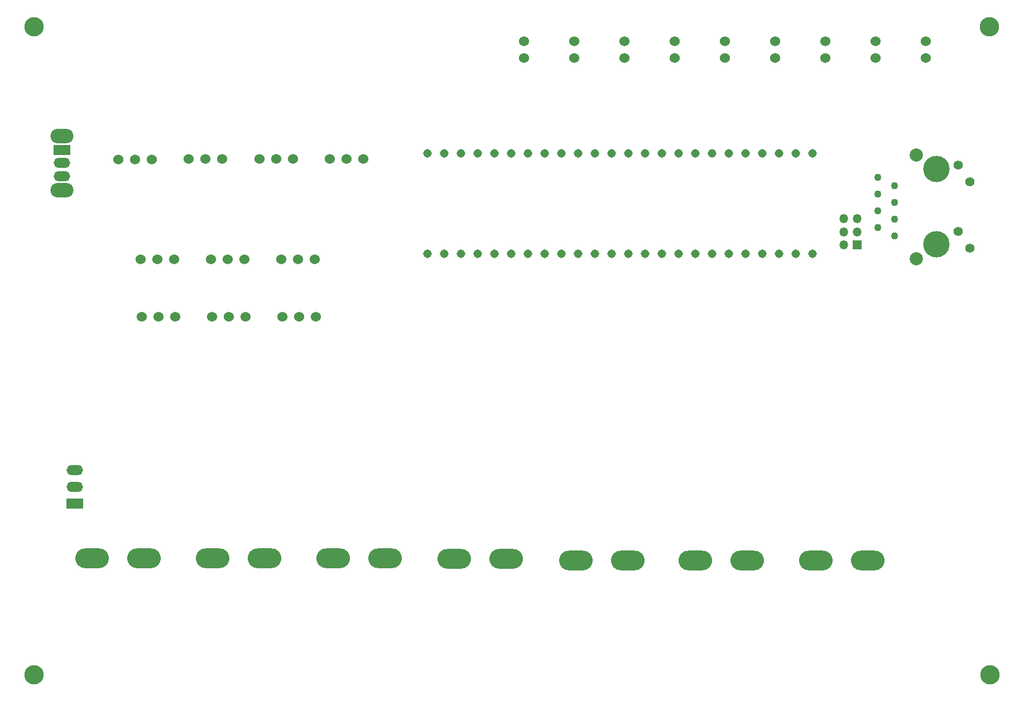
<source format=gbs>
%TF.GenerationSoftware,KiCad,Pcbnew,(6.0.10)*%
%TF.CreationDate,2022-12-28T18:34:10-06:00*%
%TF.ProjectId,ScienceMotorController_Hardware_2023,53636965-6e63-4654-9d6f-746f72436f6e,rev?*%
%TF.SameCoordinates,Original*%
%TF.FileFunction,Soldermask,Bot*%
%TF.FilePolarity,Negative*%
%FSLAX46Y46*%
G04 Gerber Fmt 4.6, Leading zero omitted, Abs format (unit mm)*
G04 Created by KiCad (PCBNEW (6.0.10)) date 2022-12-28 18:34:10*
%MOMM*%
%LPD*%
G01*
G04 APERTURE LIST*
%ADD10R,1.350000X1.350000*%
%ADD11O,1.350000X1.350000*%
%ADD12C,1.524000*%
%ADD13O,3.500000X2.200000*%
%ADD14R,2.500000X1.500000*%
%ADD15O,2.500000X1.500000*%
%ADD16C,2.946400*%
%ADD17C,1.308000*%
%ADD18C,1.100000*%
%ADD19C,1.400000*%
%ADD20C,4.000000*%
%ADD21C,2.000000*%
%ADD22O,5.100000X3.000000*%
G04 APERTURE END LIST*
D10*
X163830000Y-88866000D03*
D11*
X161830000Y-88866000D03*
X163830000Y-86866000D03*
X161830000Y-86866000D03*
X163830000Y-84866000D03*
X161830000Y-84866000D03*
D12*
X78232000Y-75817950D03*
X75692000Y-75817950D03*
X73152000Y-75817950D03*
X67448750Y-75817950D03*
X64908750Y-75817950D03*
X62368750Y-75817950D03*
D13*
X43180000Y-72320000D03*
X43180000Y-80520000D03*
D14*
X43180000Y-74420000D03*
D15*
X43180000Y-76420000D03*
X43180000Y-78420000D03*
D12*
X128510000Y-57910000D03*
X128510000Y-60450000D03*
X120890000Y-57910000D03*
X120890000Y-60450000D03*
X60325000Y-99771600D03*
X57785000Y-99771600D03*
X55245000Y-99771600D03*
D16*
X38944420Y-55708420D03*
D12*
X113270000Y-57910000D03*
X113270000Y-60450000D03*
X88900000Y-75817000D03*
X86360000Y-75817000D03*
X83820000Y-75817000D03*
X81534000Y-91059000D03*
X78994000Y-91059000D03*
X76454000Y-91059000D03*
D17*
X101143500Y-90168000D03*
X103683500Y-90168000D03*
X106223500Y-90168000D03*
X108763500Y-90168000D03*
X134163500Y-90168000D03*
X103683500Y-74928000D03*
X111303500Y-90168000D03*
X113843500Y-90168000D03*
X116383500Y-90168000D03*
X118923500Y-90168000D03*
X121463500Y-90168000D03*
X124003500Y-90168000D03*
X126543500Y-90168000D03*
X129083500Y-90168000D03*
X131623500Y-90168000D03*
X131623500Y-74928000D03*
X129083500Y-74928000D03*
X126543500Y-74928000D03*
X124003500Y-74928000D03*
X121463500Y-74928000D03*
X118923500Y-74928000D03*
X116383500Y-74928000D03*
X113843500Y-74928000D03*
X111303500Y-74928000D03*
X108763500Y-74928000D03*
X106223500Y-74928000D03*
X136703500Y-90168000D03*
X139243500Y-90168000D03*
X141783500Y-90168000D03*
X144323500Y-90168000D03*
X146863500Y-90168000D03*
X149403500Y-90168000D03*
X151943500Y-90168000D03*
X154483500Y-90168000D03*
X157023500Y-90168000D03*
X157023500Y-74928000D03*
X154483500Y-74928000D03*
X151943500Y-74928000D03*
X149403500Y-74928000D03*
X146863500Y-74928000D03*
X144323500Y-74928000D03*
X141783500Y-74928000D03*
X139243500Y-74928000D03*
X136703500Y-74928000D03*
X98603500Y-90168000D03*
X134163500Y-74928000D03*
X101143500Y-74928000D03*
X98603500Y-74928000D03*
D12*
X158990000Y-57910000D03*
X158990000Y-60450000D03*
X136130000Y-57910000D03*
X136130000Y-60450000D03*
X60198000Y-91059000D03*
X57658000Y-91059000D03*
X55118000Y-91059000D03*
X70993000Y-99771600D03*
X68453000Y-99771600D03*
X65913000Y-99771600D03*
X151370000Y-57910000D03*
X151370000Y-60450000D03*
D14*
X45085000Y-128162500D03*
D15*
X45085000Y-125622500D03*
X45085000Y-123082500D03*
D12*
X56832500Y-75880500D03*
X54292500Y-75880500D03*
X51752500Y-75880500D03*
X81661000Y-99771600D03*
X79121000Y-99771600D03*
X76581000Y-99771600D03*
D18*
X169469500Y-87501000D03*
X166929500Y-86231000D03*
X169469500Y-84961000D03*
X166929500Y-83691000D03*
X169469500Y-82421000D03*
X166929500Y-81151000D03*
X169469500Y-79881000D03*
X166929500Y-78611000D03*
D19*
X180899500Y-89381000D03*
X179109500Y-86841000D03*
X180899500Y-79271000D03*
X179109500Y-76731000D03*
D20*
X175819500Y-88771000D03*
X175819500Y-77341000D03*
D21*
X172769500Y-90931000D03*
X172769500Y-75181000D03*
D12*
X143750000Y-57910000D03*
X143750000Y-60450000D03*
X70866000Y-91059000D03*
X68326000Y-91059000D03*
X65786000Y-91059000D03*
X166610000Y-57910000D03*
X166610000Y-60450000D03*
D16*
X38944420Y-154095580D03*
X183940580Y-154095580D03*
X183896000Y-55753000D03*
D12*
X174230000Y-57910000D03*
X174230000Y-60450000D03*
D22*
X110575000Y-136518600D03*
X102701000Y-136518600D03*
X147151000Y-136772600D03*
X139277000Y-136772600D03*
X128990000Y-136772600D03*
X121116000Y-136772600D03*
X92202000Y-136462800D03*
X84328000Y-136462800D03*
X55626000Y-136462800D03*
X47752000Y-136462800D03*
X73914000Y-136462800D03*
X66040000Y-136462800D03*
X165426000Y-136772600D03*
X157552000Y-136772600D03*
M02*

</source>
